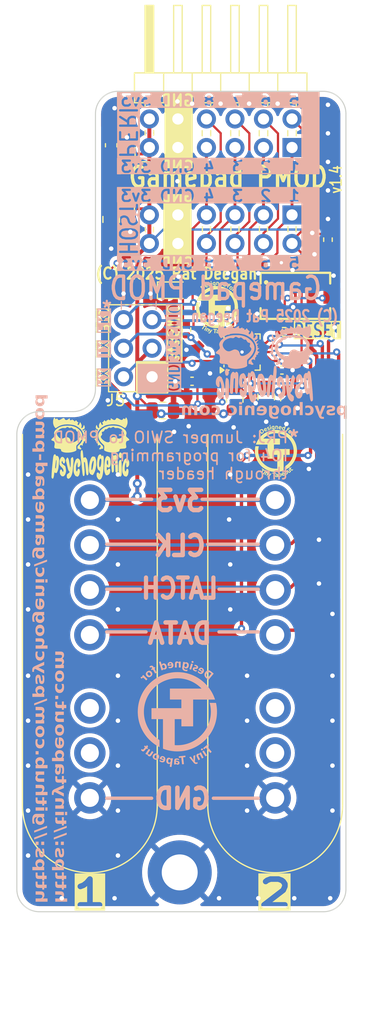
<source format=kicad_pcb>
(kicad_pcb (version 20240108) (generator "pcbnew") (generator_version "8.0")
  (title_block (title "Gamepad PMOD") (date "2025-02-23") (rev "1.4") (company "Psychogenic Technologies") (comment 1 "(C) 2025 Pat Deegan"))
  (layers (0 "F.Cu" signal) (31 "B.Cu" signal) (34 "B.Paste" user) (35 "F.Paste" user) (36 "B.SilkS" user "B.Silkscreen") (37 "F.SilkS" user "F.Silkscreen") (38 "B.Mask" user) (39 "F.Mask" user) (44 "Edge.Cuts" user))
  (net 0 "")
  (net 1 "GND")
  (net 2 "+3V3")
  (net 3 "/~{RESET}")
  (net 4 "/CTRL_LATCH")
  (net 5 "/CTRL_DAT1")
  (net 6 "/CTRL_CLK")
  (net 7 "/CTRL_DAT2")
  (net 8 "/PMOD8")
  (net 9 "/PMOD4")
  (net 10 "/PMOD7")
  (net 11 "/PMOD2")
  (net 12 "/PMOD3")
  (net 13 "/PMOD5")
  (net 14 "/PMOD1")
  (net 15 "/PMOD6")
  (net 16 "/TX")
  (net 17 "/SWDIO")
  (net 18 "/RX")
  (net 19 "Net-(R1-Pad2)")
  (net 22 "Net-(D1-A)")
  (footprint "flyingcarsfootprints:StitchingVia-0.4mmDrill" (layer "F.Cu") (at 35 67.1)
    (property "Reference" "STITCH17" (hide yes))
    (property "Value" "StitchingVia-0.4mmDrill" (hide yes))
  )
  (footprint "Capacitor_SMD:C_0603_1608Metric" (layer "F.Cu") (at 24.4 29.8 90)
    (property "Reference" "C7" (hide yes))
    (property "Value" "C_1u_0603_50V" (hide yes))
  )
  (footprint "flyingcarsfootprints:StitchingVia-0.4mmDrill" (layer "F.Cu") (at 44.3 46)
    (property "Reference" "STITCH15" (hide yes))
    (property "Value" "StitchingVia-0.4mmDrill" (hide yes))
  )
  (footprint "flyingcarsfootprints:StitchingVia-0.4mmDrill" (layer "F.Cu") (at 17 77)
    (property "Reference" "STITCH12" (hide yes))
    (property "Value" "StitchingVia-0.4mmDrill" (hide yes))
  )
  (footprint "TinyTapeout_PMOD:TT_PMOD_Logo_5mm" (layer "F.Cu") (at 36.810797 60.062305)
    (property "Reference" "TTPMODLOGO" (hide yes))
    (property "Value" "TT_PMOD_Logo_5mm")
  )
  (footprint "Resistor_SMD:R_0402_1005Metric" (layer "F.Cu") (at 43.7 38.2 -90)
    (property "Reference" "R1" (hide yes))
    (property "Value" "R_10k_0402" (hide yes))
  )
  (footprint "flyingcarsfootprints:StitchingVia-0.4mmDrill" (layer "F.Cu") (at 43.7 36.36)
    (property "Reference" "STITCH6" (hide yes))
    (property "Value" "StitchingVia-0.4mmDrill" (hide yes))
  )
  (footprint "flyingcarsfootprints:StitchingVia-0.4mmDrill" (layer "F.Cu") (at 43.9 96.8)
    (property "Reference" "STITCH27" (hide yes))
    (property "Value" "StitchingVia-0.4mmDrill" (hide yes))
  )
  (footprint "flyingcarsfootprints:StitchingVia-0.4mmDrill" (layer "F.Cu") (at 25 71.1)
    (property "Reference" "STITCH12" (hide yes))
    (property "Value" "StitchingVia-0.4mmDrill" (hide yes))
  )
  (footprint "flyingcarsfootprints:StitchingVia-0.4mmDrill" (layer "F.Cu") (at 34.8 44.3)
    (property "Reference" "STITCH10" (hide yes))
    (property "Value" "StitchingVia-0.4mmDrill" (hide yes))
  )
  (footprint "flyingcarsfootprints:StitchingVia-0.4mmDrill" (layer "F.Cu") (at 44.1 89)
    (property "Reference" "STITCH21" (hide yes))
    (property "Value" "StitchingVia-0.4mmDrill" (hide yes))
  )
  (footprint "flyingcarsfootprints:StitchingVia-0.4mmDrill" (layer "F.Cu") (at 17 67.1)
    (property "Reference" "STITCH13" (hide yes))
    (property "Value" "StitchingVia-0.4mmDrill" (hide yes))
  )
  (footprint "Fiducial:Fiducial_1mm_Mask2mm" (layer "F.Cu") (at 24.5 33)
    (property "Reference" "FID3" (hide yes))
    (property "Value" "Fiducial" (hide yes))
  )
  (footprint "flyingcarsfootprints:StitchingVia-0.4mmDrill" (layer "F.Cu") (at 17 81)
    (property "Reference" "STITCH11" (hide yes))
    (property "Value" "StitchingVia-0.4mmDrill" (hide yes))
  )
  (footprint "Capacitor_SMD:C_0805_2012Metric" (layer "F.Cu") (at 24.4 36.4 -90)
    (property "Reference" "C6" (hide yes))
    (property "Value" "C_10u_0805_35V" (hide yes))
  )
  (footprint "Capacitor_SMD:C_0805_2012Metric" (layer "F.Cu") (at 29 53.4)
    (property "Reference" "C4" (hide yes))
    (property "Value" "C_10u_0805_35V" (hide yes))
  )
  (footprint "flyingcarsfootprints:StitchingVia-0.4mmDrill" (layer "F.Cu") (at 31.6 26.1)
    (property "Reference" "STITCH6" (hide yes))
    (property "Value" "StitchingVia-0.4mmDrill" (hide yes))
  )
  (footprint "flyingcarsfootprints:StitchingVia-0.4mmDrill" (layer "F.Cu") (at 34.8 41.2)
    (property "Reference" "STITCH10" (hide yes))
    (property "Value" "StitchingVia-0.4mmDrill" (hide yes))
  )
  (footprint "flyingcarsfootprints:StitchingVia-0.4mmDrill" (layer "F.Cu") (at 25 67.1)
    (property "Reference" "STITCH13" (hide yes))
    (property "Value" "StitchingVia-0.4mmDrill" (hide yes))
  )
  (footprint "flyingcarsfootprints:StitchingVia-0.4mmDrill" (layer "F.Cu") (at 25 63.1)
    (property "Reference" "STITCH14" (hide yes))
    (property "Value" "StitchingVia-0.4mmDrill" (hide yes))
  )
  (footprint "flyingcarsfootprints:StitchingVia-0.4mmDrill" (layer "F.Cu") (at 33.2 50.1)
    (property "Reference" "STITCH10" (hide yes))
    (property "Value" "StitchingVia-0.4mmDrill" (hide yes))
  )
  (footprint "flyingcarsfootprints:StitchingVia-0.4mmDrill" (layer "F.Cu") (at 31.3 54.8)
    (property "Reference" "STITCH10" (hide yes))
    (property "Value" "StitchingVia-0.4mmDrill" (hide yes))
  )
  (footprint "flyingcarsfootprints:StitchingVia-0.3mm" (layer "F.Cu") (at 36.05 48.2)
    (property "Reference" "STITCH1" (hide yes))
    (property "Value" "StitchingVia-0.3mm" (hide yes))
  )
  (footprint "flyingcarsfootprints:StitchingVia-0.4mmDrill" (layer "F.Cu") (at 43.7 26.2)
    (property "Reference" "STITCH2" (hide yes))
    (property "Value" "StitchingVia-0.4mmDrill" (hide yes))
  )
  (footprint "TinyTapeout:PinSocket_2x06_P2.54mm_PMODHost1A" (layer "F.Cu") (at 27.8 36 90)
    (property "Reference" "J4" (hide yes))
    (property "Value" "613012243121" (hide yes))
  )
  (footprint "MountingHole:MountingHole_3.2mm_M3_ISO7380_Pad" (layer "F.Cu") (at 30.5 94.5)
    (property "Reference" "H1" (hide yes))
    (property "Value" "MountingHole_Pad" (hide yes))
  )
  (footprint "flyingcarsfootprints:StitchingVia-0.4mmDrill" (layer "F.Cu") (at 25 59.1)
    (property "Reference" "STITCH15" (hide yes))
    (property "Value" "StitchingVia-0.4mmDrill" (hide yes))
  )
  (footprint "flyingcarsfootprints:StitchingVia-0.4mmDrill" (layer "F.Cu") (at 25.5 43)
    (property "Reference" "STITCH10" (hide yes))
    (property "Value" "StitchingVia-0.4mmDrill" (hide yes))
  )
  (footprint "flyingcarsfootprints:StitchingVia-0.4mmDrill" (layer "F.Cu") (at 43.7 33.82)
    (property "Reference" "STITCH5" (hide yes))
    (property "Value" "StitchingVia-0.4mmDrill" (hide yes))
  )
  (footprint "flyingcarsfootprints:StitchingVia-0.4mmDrill" (layer "F.Cu") (at 42.9 64.9)
    (property "Reference" "STITCH12" (hide yes))
    (property "Value" "StitchingVia-0.4mmDrill" (hide yes))
  )
  (footprint "flyingcarsfootprints:StitchingVia-0.4mmDrill" (layer "F.Cu") (at 44.1 85)
    (property "Reference" "STITCH20" (hide yes))
    (property "Value" "StitchingVia-0.4mmDrill" (hide yes))
  )
  (footprint "flyingcarsfootprints:StitchingVia-0.4mmDrill" (layer "F.Cu") (at 36.68 26.1)
    (property "Reference" "STITCH8" (hide yes))
    (property "Value" "StitchingVia-0.4mmDrill" (hide yes))
  )
  (footprint "flyingcarsfootprints:StitchingVia-0.4mmDrill" (layer "F.Cu") (at 42 58.6)
    (property "Reference" "STITCH15" (hide yes))
    (property "Value" "StitchingVia-0.4mmDrill" (hide yes))
  )
  (footprint "TinyTapeout:434121025816" (layer "F.Cu") (at 40.8 43.2)
    (property "Reference" "SW1" (hide yes))
    (property "Value" "434121025816" (hide yes))
  )
  (footprint "flyingcarsfootprints:StitchingVia-0.4mmDrill" (layer "F.Cu") (at 25 89)
    (property "Reference" "STITCH24" (hide yes))
    (property "Value" "StitchingVia-0.4mmDrill" (hide yes))
  )
  (footprint "flyingcarsfootprints:StitchingVia-0.4mmDrill" (layer "F.Cu") (at 34.14 26.1)
    (property "Reference" "STITCH7" (hide yes))
    (property "Value" "StitchingVia-0.4mmDrill" (hide yes))
  )
  (footprint "flyingcarsfootprints:StitchingVia-0.4mmDrill" (layer "F.Cu") (at 17 59.1)
    (property "Reference" "STITCH15" (hide yes))
    (property "Value" "StitchingVia-0.4mmDrill" (hide yes))
  )
  (footprint "flyingcarsfootprints:StitchingVia-0.4mmDrill" (layer "F.Cu") (at 24.7 96.8)
    (property "Reference" "STITCH21" (hide yes))
    (property "Value" "StitchingVia-0.4mmDrill" (hide yes))
  )
  (footprint "flyingcarsfootprints:StitchingVia-0.4mmDrill" (layer "F.Cu") (at 42.9 68.8)
    (property "Reference" "STITCH12" (hide yes))
    (property "Value" "StitchingVia-0.4mmDrill" (hide yes))
  )
  (footprint "flyingcarsfootprints:StitchingVia-0.4mmDrill" (layer "F.Cu") (at 27.9 43)
    (property "Reference" "STITCH10" (hide yes))
    (property "Value" "StitchingVia-0.4mmDrill" (hide yes))
  )
  (footprint "Capacitor_SMD:C_0603_1608Metric" (layer "F.Cu") (at 40 52.4 -90)
    (property "Reference" "C2" (hide yes))
    (property "Value" "C_1u_0603_50V" (hide yes))
  )
  (footprint "flyingcarsfootprints:StitchingVia-0.4mmDrill" (layer "F.Cu") (at 44.1 81)
    (property "Reference" "STITCH19" (hide yes))
    (property "Value" "StitchingVia-0.4mmDrill" (hide yes))
  )
  (footprint "flyingcarsfootprints:StitchingVia-0.4mmDrill" (layer "F.Cu") (at 25 85)
    (property "Reference" "STITCH10" (hide yes))
    (property "Value" "StitchingVia-0.4mmDrill" (hide yes))
  )
  (footprint "Connector_PinHeader_2.54mm:PinHeader_2x03_P2.54mm_Vertical" (layer "F.Cu") (at 28.04 50.4 180)
    (property "Reference" "J5")
    (property "Value" "Conn_02x03_Odd_Even" (hide yes))
  )
  (footprint "flyingcarsfootprints:StitchingVia-0.4mmDrill" (layer "F.Cu") (at 43.7 31.28)
    (property "Reference" "STITCH4" (hide yes))
    (property "Value" "StitchingVia-0.4mmDrill" (hide yes))
  )
  (footprint "flyingcarsfootprints:StitchingVia-0.4mmDrill" (layer "F.Cu") (at 20 96.8)
    (property "Reference" "STITCH22" (hide yes))
    (property "Value" "StitchingVia-0.4mmDrill" (hide yes))
  )
  (footprint "flyingcarsfootprints:StitchingVia-0.4mmDrill" (layer "F.Cu") (at 25 77)
    (property "Reference" "STITCH12" (hide yes))
    (property "Value" "StitchingVia-0.4mmDrill" (hide yes))
  )
  (footprint "flyingcarsfootprints:StitchingVia-0.4mmDrill" (layer "F.Cu") (at 17 93)
    (property "Reference" "STITCH28" (hide yes))
    (property "Value" "StitchingVia-0.4mmDrill" (hide yes))
  )
  (footprint "flyingcarsfootprints:StitchingVia-0.4mmDrill" (layer "F.Cu") (at 25 81)
    (property "Reference" "STITCH11" (hide yes))
    (property "Value" "StitchingVia-0.4mmDrill" (hide yes))
  )
  (footprint "Capacitor_SMD:C_0402_1005Metric" (layer "F.Cu") (at 31.6 50.8 180)
    (property "Reference" "C8" (hide yes))
    (property "Value" "C_100n_0402_50V" (hide yes))
  )
  (footprint "flyingcarsfootprints:StitchingVia-0.4mmDrill" (layer "F.Cu") (at 34.9 63.1)
    (property "Reference" "STITCH16" (hide yes))
    (property "Value" "StitchingVia-0.4mmDrill" (hide yes))
  )
  (footprint "Capacitor_SMD:C_0805_2012Metric" (layer "F.Cu") (at 35.4 52.4 90)
    (property "Reference" "C5" (hide yes))
    (property "Value" "C_10u_0805_35V" (hide yes))
  )
  (footprint "flyingcarsfootprints:PsychologoMini" (layer "F.Cu") (at 22.5 56.75)
    (property "Reference" "G***" (hide yes))
    (property "Value" "PsychoLogoMini" (hide yes))
  )
  (footprint "flyingcarsfootprints:StitchingVia-0.4mmDrill" (layer "F.Cu") (at 36.5 89)
    (property "Reference" "STITCH21" (hide yes))
    (property "Value" "StitchingVia-0.4mmDrill" (hide yes))
  )
  (footprint "TinyTapeout_PMOD:TT_PMOD_Logo_5mm" (layer "F.Cu") (at 31.560797 47.262305)
    (property "Reference" "REF**" (hide yes))
    (property "Value" "TT_PMOD_Logo_5mm" (hide yes))
  )
  (footprint "flyingcarsfootprints:StitchingVia-0.4mmDrill" (layer "F.Cu") (at 35.3 54.9)
    (property "Reference" "STITCH10" (hide yes))
    (property "Value" "StitchingVia-0.4mmDrill" (hide yes))
  )
  (footprint "flyingcarsfootprints:StitchingVia-0.4mmDrill" (layer "F.Cu") (at 17 71.1)
    (property "Reference" "STITCH12" (hide yes))
    (property "Value" "StitchingVia-0.4mmDrill" (hide yes))
  )
  (footprint "flyingcarsfootprints:StitchingVia-0.4mmDrill" (layer "F.Cu") (at 43.7 28.74)
    (property "Reference" "STITCH3" (hide yes))
    (property "Value" "StitchingVia-0.4mmDrill" (hide yes))
  )
  (footprint "flyingcarsfootprints:StitchingVia-0.4mmDrill" (layer "F.Cu") (at 39.22 26.1)
    (property "Reference" "STITCH9" (hide yes))
    (property "Value" "StitchingVia-0.4mmDrill" (hide yes))
  )
  (footprint "flyingcarsfootprints:StitchingVia-0.4mmDrill" (layer "F.Cu") (at 44.1 71.5)
    (property "Reference" "STITCH12" (hide yes))
    (property "Value" "StitchingVia-0.4mmDrill" (hide yes))
  )
  (footprint "flyingcarsfootprints:StitchingVia-0.4mmDrill" (layer "F.Cu") (at 31.1 48)
    (property "Reference" "STITCH10" (hide yes))
    (property "Value" "StitchingVia-0.4mmDrill" (hide yes))
  )
  (footprint "flyingcarsfootprints:StitchingVia-0.4mmDrill" (layer "F.Cu") (at 25 93)
    (property "Reference" "STITCH28" (hide yes))
    (property "Value" "StitchingVia-0.4mmDrill" (hide yes))
  )
  (footprint "flyingcarsfootprints:StitchingVia-0.4mmDrill" (layer "F.Cu") (at 40.7 96.8)
    (property "Reference" "STITCH26" (hide yes))
    (property "Value" "StitchingVia-0.4mmDrill" (hide yes))
  )
  (footprint "flyingcarsfootprints:StitchingVia-0.4mmDrill" (layer "F.Cu") (at 24.1 52.5)
    (property "Reference" "STITCH10" (hide yes))
    (property "Value" "StitchingVia-0.4mmDrill" (hide yes))
  )
  (footprint "Fiducial:Fiducial_1mm_Mask2mm" (layer "F.Cu") (at 43.5 74.5)
    (property "Reference" "FID2" (hide yes))
    (property "Value" "Fiducial" (hide yes))
  )
  (footprint "flyingcarsfootprints:StitchingVia-0.4mmDrill" (layer "F.Cu") (at 42.5 39.5)
    (property "Reference" "STITCH15" (hide yes))
    (property "Value" "StitchingVia-0.4mmDrill" (hide yes))
  )
  (footprint "flyingcarsfootprints:StitchingVia-0.4mmDrill" (layer "F.Cu") (at 36.5 85)
    (property "Reference" "STITCH20" (hide yes))
    (property "Value" "StitchingVia-0.4mmDrill" (hide yes))
  )
  (footprint "flyingcarsfootprints:StitchingVia-0.4mmDrill" (layer "F.Cu") (at 34 96.8)
    (property "Reference" "STITCH22" (hide yes))
    (property "Value" "StitchingVia-0.4mmDrill" (hide yes))
  )
  (footprint "Capacitor_SMD:C_0402_1005Metric" (layer "F.Cu") (at 39.6 49.8)
    (property "Reference" "C3" (hide yes))
    (property "Value" "C_100n_0402_50V" (hide yes))
  )
  (footprint "flyingcarsfootprints:StitchingVia-0.4mmDrill" (layer "F.Cu") (at 36.5 77)
    (property "Reference" "STITCH12" (hide yes))
    (property "Value" "StitchingVia-0.4mmDrill" (hide yes))
  )
  (footprint "TinyTapeout:PinHeader_2x06_P2.54mm_PMODPeriph2B" (layer "F.Cu") (at 27.8 30 90)
    (property "Reference" "J3" (hide yes))
    (property "Value" "10129382-912001BLF" (hide yes))
  )
  (footprint "flyingcarsfootprints:StitchingVia-0.4mmDrill" (layer "F.Cu") (at 44.1 77)
    (property "Reference" "STITCH12" (hide yes))
    (property "Value" "StitchingVia-0.4mmDrill" (hide yes))
  )
  (footprint "flyingcarsfootprints:StitchingVia-0.4mmDrill" (layer "F.Cu") (at 17 85)
    (property "Reference" "STITCH10" (hide yes))
    (property "Value" "StitchingVia-0.4mmDrill" (hide yes))
  )
  (footprint "flyingcarsfootprints:StitchingVia-0.4mmDrill" (layer "F.Cu") (at 44.2 41.4)
    (property "Reference" "STITCH15" (hide yes))
    (property "Value" "StitchingVia-0.4mmDrill" (hide yes))
  )
  (footprint "flyingcarsfootprints:StitchingVia-0.4mmDrill" (layer "F.Cu") (at 40.55 40.9)
    (property "Reference" "STITCH15" (hide yes))
    (property "Value" "StitchingVia-0.4mmDrill" (hide yes))
  )
  (footprint "psychogenic:snes_connector" (layer "F.Cu") (at 22.5 61.37 -90)
    (property "Reference" "J1" (hide yes))
    (property "Value" "SFC connector VERT" (hide yes))
  )
  (footprint "flyingcarsfootprints:StitchingVia-0.4mmDrill" (layer "F.Cu") (at 35 59.1)
    (property "Reference" "STITCH15" (hide yes))
    (property "Value" "StitchingVia-0.4mmDrill" (hide yes))
  )
  (footprint "LED_SMD:LED_0603_1608Metric" (layer "F.Cu") (at 30 42.7)
    (property "Reference" "D1" (hide yes))
    (property "Value" "LED" (hide yes))
  )
  (footprint "flyingcarsfootprints:StitchingVia-0.4mmDrill" (layer "F.Cu") (at 36.5 81)
    (property "Reference" "STITCH19" (hide yes))
    (property "Value" "StitchingVia-0.4mmDrill" (hide yes))
  )
  (footprint "Resistor_SMD:R_0402_1005Metric" (layer "F.Cu") (at 31.1 46.2 -90)
    (property "Reference" "R3" (hide yes))
    (property "Value" "200R" (hide yes))
  )
  (footprint "flyingcarsfootprints:StitchingVia-0.4mmDrill" (layer "F.Cu") (at 35 71.1)
    (property "Reference" "STITCH18" (hide yes))
    (property "Value" "StitchingVia-0.4mmDrill" (hide yes))
  )
  (footprint "Package_DFN_QFN:QFN-20-1EP_3x3mm_P0.4mm_EP1.65x1.65mm" (layer "F.Cu") (at 36.05 48.2 90)
    (property "Reference" "U1" (hide yes))
    (property "Value" "CH32V003F4U6" (hide yes))
  )
  (footprint "flyingcarsfootprints:StitchingVia-0.4mmDrill" (layer "F.Cu") (at 24.7 26.5)
    (property "Reference" "STITCH6" (hide yes))
    (property "Value" "StitchingVia-0.4mmDrill" (hide yes))
  )
  (footprint "Fiducial:Fiducial_1mm_Mask2mm" (layer "F.Cu") (at 18 96)
    (property "Reference" "FID1" (hide yes))
    (property "Value" "Fiducial" (hide yes))
  )
  (footprint "Capacitor_SMD:C_0805_2012Metric" (layer "F.Cu") (at 38.2 52.2 -90)
    (property "Reference" "C1" (hide yes))
    (property "Value" "C_10u_0805_35V" (hide yes))
  )
  (footprint "flyingcarsfootprints:StitchingVia-0.4mmDrill" (layer "F.Cu") (at 24.4 39)
    (property "Reference" "STITCH10" (hide yes))
    (property "Value" "StitchingVia-0.4mmDrill" (hide yes))
  )
  (footprint "Resistor_SMD:R_0402_1005Metric" (layer "F.Cu") (at 39.8 46.4 180)
    (property "Reference" "R2" (hide yes))
    (property "Value" "R_1k_0402" (hide yes))
  )
  (footprint "flyingcarsfootprints:StitchingVia-0.4mmDrill" (layer "F.Cu") (at 37.5 96.8)
    (property "Reference" "STITCH25" (hide yes))
    (property "Value" "StitchingVia-0.4mmDrill" (hide yes))
  )
  (footprint "flyingcarsfootprints:StitchingVia-0.4mmDrill" (layer "F.Cu") (at 17 63.1)
    (property "Reference" "STITCH14" (hide yes))
    (property "Value" "StitchingVia-0.4mmDrill" (hide yes))
  )
  (footprint "psychogenic:snes_connector" (layer "F.Cu") (at 39 61.37 -90)
    (property "Reference" "J2" (hide yes))
    (property "Value" "SFC connector VERT" (hide yes))
  )
  (footprint "flyingcarsfootprints:StitchingVia-0.4mmDrill" (layer "F.Cu") (at 17 89)
    (property "Reference" "STITCH24" (hide yes))
    (property "Value" "StitchingVia-0.4mmDrill" (hide yes))
  )
  (footprint "TinyTapeout_PMOD:TT_PMOD_Logo_7mm" (layer "B.Cu") (at 30.25 80.25 180)
    (property "Reference" "LOGO1" (hide yes))
    (property "Value" "PMOD_LOGO" (hide yes))
  )
  (footprint "flyingcarsfootprints:PsychoLogoSmall" (layer "B.Cu") (at 38.1 49.2 180)
    (property "Reference" "{$REFERENCE}" (hide yes))
    (property "Value" "PSYLOGO" (hide yes))
  )
  (gr_line (start 28.1 44) (end 28.4 44) (stroke (width 0.1)) (layer "B.SilkS"))
  (gr_line (start 28.4 44.4) (end 28.4 43.7) (stroke (width 0.1)) (layer "B.SilkS"))
  (gr_rect (start 41.225 31) (end 41.575 32.3) (stroke (width 0.14)) (fill solid) (layer "B.SilkS"))
  (gr_rect (start 24.95 25.1) (end 25.25 26.4) (stroke (width 0.08)) (fill solid) (layer "B.SilkS"))
  (gr_rect (start 41.225 33.6) (end 41.575 34.9) (stroke (width 0.14)) (fill solid) (layer "B.SilkS"))
  (gr_rect (start 41.225 39.6) (end 41.575 40.9) (stroke (width 0.14)) (fill solid) (layer "B.SilkS"))
  (gr_line (start 28 61.3) (end 24 61.3) (stroke (width 0.3)) (layer "B.SilkS"))
  (gr_line (start 25.3 44) (end 25.6 44) (stroke (width 0.1)) (layer "B.SilkS"))
  (gr_line (start 25.3 44.4) (end 25.3 43.7) (stroke (width 0.1)) (layer "B.SilkS"))
  (gr_line (start 27 69.3) (end 24 69.3) (stroke (width 0.3)) (layer "B.SilkS"))
  (gr_line (start 28 87.9) (end 24 87.9) (stroke (width 0.3)) (layer "B.SilkS"))
  (gr_line (start 37.5 61.3) (end 32.5 61.3) (stroke (width 0.3)) (layer "B.SilkS"))
  (gr_rect (start 24.95 30.95) (end 25.25 32.35) (stroke (width 0.08)) (fill solid) (layer "B.SilkS"))
  (gr_line (start 37.5 73.1) (end 34 73.1) (stroke (width 0.3)) (layer "B.SilkS"))
  (gr_line (start 26 44) (end 26.3 44) (stroke (width 0.1)) (layer "B.SilkS"))
  (gr_line (start 27.5 73.1) (end 24 73.1) (stroke (width 0.3)) (layer "B.SilkS"))
  (gr_line (start 26.7 44) (end 27 44) (stroke (width 0.1)) (layer "B.SilkS"))
  (gr_rect (start 26.8 49.3) (end 29.3 51.8) (stroke (width 0.1)) (fill solid) (layer "B.SilkS"))
  (gr_line (start 28.5 65.3) (end 24 65.3) (stroke (width 0.3)) (layer "B.SilkS"))
  (gr_rect (start 41.2 25.1) (end 41.55 26.4) (stroke (width 0.14)) (fill solid) (layer "B.SilkS"))
  (gr_rect (start 24.95 39.55) (end 25.25 40.95) (stroke (width 0.08)) (fill solid) (layer "B.SilkS"))
  (gr_line (start 37.5 69.3) (end 34 69.3) (stroke (width 0.3)) (layer "B.SilkS"))
  (gr_rect (start 24.95 33.55) (end 25.25 34.85) (stroke (width 0.08)) (fill solid) (layer "B.SilkS"))
  (gr_rect (start 41.4 25.1) (end 42.885894 32.314106) (stroke (width 0.14)) (fill solid) (layer "B.SilkS"))
  (gr_line (start 37.5 87.9) (end 33.5 87.9) (stroke (width 0.3)) (layer "B.SilkS"))
  (gr_line (start 37.5 65.3) (end 33 65.3) (stroke (width 0.3)) (layer "B.SilkS"))
  (gr_line (start 27.4 44) (end 27.7 44) (stroke (width 0.1)) (layer "B.SilkS"))
  (gr_rect (start 41.4 33.585894) (end 42.885894 40.9) (stroke (width 0.14)) (fill solid) (layer "B.SilkS"))
  (gr_rect (start 26.7 49.1) (end 29.4 51.8) (stroke (width 0.2)) (fill solid) (layer "F.SilkS"))
  (gr_rect (start 29.2 25) (end 31.6 31.8) (stroke (width 0.1)) (fill solid) (layer "F.SilkS"))
  (gr_line (start 25 25) (end 43.3 25) (stroke (width 0.1)) (layer "Edge.Cuts"))
  (gr_arc (start 18 98) (mid 16.585786 97.414214) (end 16 96) (stroke (width 0.1)) (layer "Edge.Cuts"))
  (gr_arc (start 43.3 25) (mid 44.714214 25.585786) (end 45.3 27) (stroke (width 0.1)) (layer "Edge.Cuts"))
  (gr_arc (start 16 55.5) (mid 16.585786 54.085786) (end 18 53.5) (stroke (width 0.1)) (layer "Edge.Cuts"))
  (gr_line (start 16 96) (end 16 55.5) (stroke (width 0.1)) (layer "Edge.Cuts"))
  (gr_arc (start 23 51.5) (mid 22.414214 52.914214) (end 21 53.5) (stroke (width 0.1)) (layer "Edge.Cuts"))
  (gr_line (start 21 53.5) (end 18 53.5) (stroke (width 0.1)) (layer "Edge.Cuts"))
  (gr_arc (start 23 27) (mid 23.585786 25.585786) (end 25 25) (stroke (width 0.1)) (layer "Edge.Cuts"))
  (gr_arc (start 45.3 96) (mid 44.714214 97.414214) (end 43.3 98) (stroke (width 0.1)) (layer "Edge.Cuts"))
  (gr_line (start 23 27) (end 23 51.5) (stroke (width 0.1)) (layer "Edge.Cuts"))
  (gr_line (start 45.3 27) (end 45.3 96) (stroke (width 0.1)) (layer "Edge.Cuts"))
  (gr_line (start 43.3 98) (end 18 98) (stroke (width 0.1)) (layer "Edge.Cuts"))
  (gr_text "DATA" (at 30.5 74.3 0) (layer "B.SilkS") (effects (font (size 1.8 1.6) (thickness 0.4) (bold yes)) (justify bottom mirror)))
  (gr_text "GND" (at 30.75 89 0) (layer "B.SilkS") (effects (font (size 1.8 1.6) (thickness 0.4) (bold yes)) (justify bottom mirror)))
  (gr_text "https://tinytapeout.com" (at 19.25 97.25 270) (layer "B.SilkS") (effects (font (size 1 1.2) (thickness 0.18) (bold yes)) (justify left bottom mirror)))
  (gr_text "https://github.com/psychogenic/gamepad-pmod" (at 17.5 97.25 270) (layer "B.SilkS") (effects (font (size 1 1.2) (thickness 0.18) (bold yes)) (justify left bottom mirror)))
  (gr_text "1  2  3  4 GND 3v3" (at 41.3 34.9 0) (layer "B.SilkS" knockout) (effects (font (size 1 1.02) (thickness 0.2) (bold yes)) (justify left bottom mirror)))
  (gr_text "3v3" (at 30.5 62.5 0) (layer "B.SilkS") (effects (font (size 1.8 1.6) (thickness 0.4) (bold yes)) (justify bottom mirror)))
  (gr_text "PERI" (at 25 31.1 270) (layer "B.SilkS" knockout) (effects (font (size 1.5 1.36) (thickness 0.2) (bold yes)) (justify left bottom mirror)))
  (gr_text "RX" (at 23.2 50.5 -90) (layer "B.SilkS" knockout) (effects (font (size 0.9 0.8)) (justify bottom mirror)))
  (gr_text "TX" (at 23.2 47.9 -90) (layer "B.SilkS" knockout) (effects (font (size 0.9 0.8)) (justify bottom mirror)))
  (gr_text "LATCH" (at 30.5 70.3 0) (layer "B.SilkS") (effects (font (size 1.8 1.5) (thickness 0.375) (bold yes)) (justify bottom mirror)))
  (gr_text "Gamepad PMOD" (at 43.3 43.7 0) (layer "B.SilkS") (effects (font (size 2 1.6) (thickness 0.3) (bold yes)) (justify left bottom mirror)))
  (gr_text "PRJ: Jumper SWIO to PMOD\nIO4 for programming \nthrough header" (at 40.25 59.6 0) (layer "B.SilkS") (effects (font (size 1 1)) (justify left bottom mirror)))
  (gr_text "1  2  3  4 GND 3v3" (at 41.3 32.3 0) (layer "B.SilkS" knockout) (effects (font (size 1 1.02) (thickness 0.2) (bold yes)) (justify left bottom mirror)))
  (gr_text "GND" (at 29.321 50.5 270) (layer "B.SilkS" knockout) (effects (font (size 1 0.8)) (justify bottom mirror)))
  (gr_text "3v3" (at 29.321 48 -90) (layer "B.SilkS" knockout) (effects (font (size 1 0.8)) (justify bottom mirror)))
  (gr_text "CLK" (at 30.5 66.5 0) (layer "B.SilkS") (effects (font (size 1.8 1.6) (thickness 0.4) (bold yes)) (justify bottom mirror)))
  (gr_text "PRJ" (at 23.2 45.4 270) (layer "B.SilkS" knockout) (effects (font (size 0.9 0.8)) (justify bottom mirror)))
  (gr_text "5  6  7  8 GND 3v3" (at 41.3 40.9 0) (layer "B.SilkS" knockout) (effects (font (size 1 1.02) (thickness 0.2) (bold yes)) (justify left bottom mirror)))
  (gr_text "psychogenic.com" (at 38.049471 54 0) (layer "B.SilkS") (effects (font (size 1.1 1.1) (thickness 0.15) (bold yes)) (justify bottom mirror)))
  (gr_text "*" (at 24.6 45 0) (layer "B.SilkS") (effects (font (size 1.2 1.2) (thickness 0.2) (bold yes)) (justify left bottom mirror)))
  (gr_text "5  6  7  8 GND 3v3" (at 41.3 26.4 0) (layer "B.SilkS" knockout) (effects (font (size 1 1.02) (thickness 0.2) (bold yes)) (justify left bottom mirror)))
  (gr_text "(C) 2025 Pat Deegan" (at 38.049471 45.6 0) (layer "B.SilkS") (effects (font (size 1 0.8) (thickness 0.2) (bold yes)) (justify bottom mirror)))
  (gr_text "*" (at 41.25 56.5 0) (layer "B.SilkS") (effects (font (size 1.2 1.2) (thickness 0.2) (bold yes)) (justify left bottom mirror)))
  (gr_text "HOST" (at 25 39.7 270) (layer "B.SilkS" knockout) (effects (font (size 1.5 1.2) (thickness 0.2) (bold yes)) (justify left bottom mirror)))
  (gr_text "SWIO" (at 29.321 45.4 -90) (layer "B.SilkS" knockout) (effects (font (size 1 0.8)) (justify bottom mirror)))
  (gr_text "RX" (at 24.2 50.5 90) (layer "F.SilkS" knockout) (effects (font (size 0.9 0.8) (thickness 0.15) (bold yes)) (justify bottom)))
  (gr_text "(C) 2025 Pat Deegan" (at 22.9 41.8 0) (layer "F.SilkS") (effects (font (size 1 0.88) (thickness 0.2) (bold yes)) (justify left bottom)))
  (gr_text "1" (at 20.75 97.7 0) (layer "F.SilkS" knockout) (effects (font (size 2.3 3) (thickness 0.5) (bold yes)) (justify left bottom)))
  (gr_text "PRJ" (at 24.2 45.4 90) (layer "F.SilkS" knockout) (effects (font (size 0.9 0.8) (thickness 0.15) (bold yes)) (justify bottom)))
  (gr_text "v1.4" (at 45 34.2 90) (layer "F.SilkS") (effects (font (size 1 0.8) (thickness 0.15) (bold yes)) (justify left bottom)))
  (gr_text "2" (at 37.25 97.7 0) (layer "F.SilkS" knockout) (effects (font (size 2.3 3) (thickness 0.5) (bold yes)) (justify left bottom)))
  (gr_text "RESET" (at 42.7 47 0) (layer "F.SilkS" knockout) (effects (font (size 1.2 0.9) (thickness 0.18) (bold yes)) (justify bottom)))
  (gr_text "SWIO" (at 30.7 45.4 90) (layer "F.SilkS" knockout) (effects (font (size 1 0.8) (thickness 0.15) (bold yes)) (justify bottom)))
  (gr_text "Gamepad PMOD" (at 25.8 33.7 0) (layer "F.SilkS") (effects (font (size 1.8 1.5) (thickness 0.3) (bold yes)) (justify left bottom)))
  (gr_text "TX" (at 24.2 47.9 90) (layer "F.SilkS" knockout) (effects (font (size 0.9 0.8) (thickness 0.15) (bold yes)) (justify bottom)))
  (gr_text "3v3" (at 30.7 48 90) (layer "F.SilkS" knockout) (effects (font (size 1 0.8) (thickness 0.15) (bold yes)) (justify bottom)))
  (segment (start 38.2 53.15) (end 38.2 54.4) (width 0.2) (layer "F.Cu") (net 1))
  (segment (start 25.725 29.025) (end 25.8 29.1) (width 0.2) (layer "F.Cu") (net 1))
  (segment (start 29.95 53.4) (end 31.1 53.4) (width 0.2) (layer "F.Cu") (net 1))
  (segment (start 37.55 44.639338) (end 37.394669 44.794669) (width 0.2) (layer "F.Cu") (net 1))
  (segment (start 35.4 51.45) (end 35.9661 51.45) (width 0.2) (layer "F.Cu") (net 1))
  (segment (start 44.25 46.05) (end 44.3 46) (width 0.3) (layer "F.Cu") (net 1))
  (segment (start 40.55 40.9) (end 40.8 41.15) (width 0.3) (layer "F.Cu") (net 1))
  (segment (start 30 53.35) (end 29.95 53.4) (width 0.3) (layer "F.Cu") (net 1))
  (segment (start 37.55 41.25) (end 37.5 41.2) (width 0.2) (layer "F.Cu") (net 1))
  (segment (start 42.15 46.05) (end 44.25 46.05) (width 0.3) (layer "F.Cu") (net 1))
  (segment (start 30.3 33) (end 30.3 30.04) (width 0.2) (layer "F.Cu") (net 1))
  (segment (start 42.7 48.55) (end 42.15 48) (width 0.3) (layer "F.Cu") (net 1))
  (segment (start 40 53.175) (end 40 54.6) (width 0.2) (layer "F.Cu") (net 1))
  (segment (start 41 53.2) (end 40.775 52.975) (width 0.2) (layer "F.Cu") (net 1))
  (segment (start 29.95 55.25) (end 30 55.3) (width 0.2) (layer "F.Cu") (net 1))
  (segment (start 30.34 36) (end 30.34 33.04) (width 0.2) (layer "F.Cu") (net 1))
  (segment (start 31.1 53.4) (end 31.3 53.6) (width 0.2) (layer "F.Cu") (net 1))
  (segment (start 28.04 50.4) (end 28.04 52) (width 0.3) (layer "F.Cu") (net 1))
  (segment (start 40.775 52.975) (end 40.775 50.032588) (width 0.2) (layer "F.Cu") (net 1))
  (segment (start 28.04 50.4) (end 29.7 50.4) (width 0.3) (layer "F.Cu") (net 1))
  (segment (start 31.3 53.6) (end 31.3 54.8) (width 0.2) (layer "F.Cu") (net 1))
  (segment (start 25.95 37.35) (end 26.1 37.5) (width 0.2) (layer "F.Cu") (net 1))
  (segment (start 36.45 50.4) (end 35.4 51.45) (width 0.2) (layer "F.Cu") (net 1))
  (segment (start 42.15 48) (end 42.15 46.05) (width 0.3) (layer "F.Cu") (net 1))
  (segment (start 36.45 48.6) (end 36.05 48.2) (width 0.2) (layer "F.Cu") (net 1))
  (segment (start 29.95 53.4) (end 29.95 55.25) (width 0.2) (layer "F.Cu") (net 1))
  (segment (start 35.9661 51.45) (end 37.2661 52.75) (width 0.2) (layer "F.Cu") (net 1))
  (segment (start 42 58.6) (end 42.7 57.9) (width 0.3) (layer "F.Cu") (net 1))
  (segment (start 30.34 25.94) (end 30.3 25.9) (width 0.2) (layer "F.Cu") (net 1))
  (segment (start 40.542412 49.8) (end 40.550001 49.807589) (width 0.2) (layer "F.Cu") (net 1))
  (segment (start 40.775 50.032588) (end 40.550001 49.807589) (width 0.2) (layer "F.Cu") (net 1))
  (segment (start 31.12 50.8) (end 30.1 50.8) (width 0.2) (layer "F.Cu") (net 1))
  (segment (start 28.04 52) (end 30 52) (width 0.3) (layer "F.Cu") (net 1))
  (segment (start 40 53.175) (end 40.975 53.175) (width 0.2) (layer "F.Cu") (net 1))
  (segment (start 42.7 57.9) (end 42.7 48.55) (width 0.3) (layer "F.Cu") (net 1))
  (segment (start 24.4 29.025) (end 25.725 29.025) (width 0.2) (layer "F.Cu") (net 1))
  (segment (start 37.55 43.2) (end 37.55 41.25) (width 0.2) (layer "F.Cu") (net 1))
  (segment (start 24.4 37.35) (end 25.95 37.35) (width 0.2) (layer "F.Cu") (net 1))
  (segment (start 30.34 38.54) (end 30.34 41.44) (width 0.2) (layer "F.Cu") (net 1))
  (segment (start 36.45 49.65) (end 36.45 50.4) (width 0.2) (layer "F.Cu") (net 1))
  (segment (start 40.8 44) (end 40.6 44.2) (width 0.25) (layer "F.Cu") (net 1))
  (segment (start 30.34 33.04) (end 30.3 33) (width 0.2) (layer "F.Cu") (net 1))
  (segment (start 40.8 41.15) (end 40.8 44) (width 0.25) (layer "F.Cu") (net 1))
  (segment (start 37.55 43.2) (end 37.55 44.639338) (width 0.2) (layer "F.Cu") (net 1))
  (segment (start 40.975 53.175) (end 41 53.2) (width 0.2) (layer "F.Cu") (net 1))
  (segment (start 30.3 30.04) (end 30.34 30) (width 0.2) (layer "F.Cu") (net 1))
  (segment (start 29.7 50.4) (end 30.1 50.8) (width 0.3) (layer "F.Cu") (net 1))
  (segment (start 30.34 27.46) (end 30.34 25.94) (width 0.2) (layer "F.Cu") (net 1))
  (segment (start 30.34 41.44) (end 30.4 41.5) (width 0.2) (layer "F.Cu") (net 1))
  (segment (start 40.08 49.8) (end 40.542412 49.8) (width 0.2) (layer "F.Cu") (net 1))
  (segment (start 36.45 49.65) (end 36.45 48.6) (width 0.2) (layer "F.Cu") (net 1))
  (segment (start 30 52) (end 30 53.35) (width 0.3) (layer "F.Cu") (net 1))
  (via (at 30.3 25.9) (size 0.8) (drill 0.4) (layers "F.Cu" "B.Cu") (net 1))
  (via (at 38.2 54.4) (size 0.8) (drill 0.4) (layers "F.Cu" "B.Cu") (net 1))
  (via (at 26.1 37.5) (size 0.8) (drill 0.4) (layers "F.Cu" "B.Cu") (net 1))
  (via (at 30 55.3) (size 0.8) (drill 0.4) (layers "F.Cu" "B.Cu") (net 1))
  (via (at 37.5 41.2) (size 0.8) (drill 0.4) (layers "F.Cu" "B.Cu") (net 1))
  (via (at 30.4 41.5) (size 0.8) (drill 0.4) (layers "F.Cu" "B.Cu") (net 1))
  (via (at 40.6 44.2) (size 0.8) (drill 0.4) (layers "F.Cu" "B.Cu") (net 1))
  (via (at 30.3 33) (size 0.8) (drill 0.4) (layers "F.Cu" "B.Cu") (net 1))
  (via (at 40.550001 49.807589) (size 0.8) (drill 0.4) (layers "F.Cu" "B.Cu") (net 1))
  (via (at 37.394669 44.794669) (size 0.8) (drill 0.4) (layers "F.Cu" "B.Cu") (net 1))
  (via (at 41 53.2) (size 0.8) (drill 0.4) (layers "F.Cu" "B.Cu") (net 1))
  (via (at 30.1 50.8) (size 0.8) (drill 0.4) (layers "F.Cu" "B.Cu") (net 1))
  (via (at 25.8 29.1) (size 0.8) (drill 0.4) (layers "F.Cu" "B.Cu") (net 1))
  (via (at 40 54.6) (size 0.8) (drill 0.4) (layers "F.Cu" "B.Cu") (net 1))
  (via (at 37.2661 52.75) (size 0.8) (drill 0.4) (layers "F.Cu" "B.Cu") (net 1))
  (segment (start 38.7 51.75) (end 39.3 51.75) (width 0.2) (layer "F.Cu") (net 2))
  (segment (start 27.8 38.54) (end 26.725 39.615) (width 0.35) (layer "F.Cu") (net 2))
  (segment (start 24.4 30.575) (end 27.225 30.575) (width 0.25) (layer "F.Cu") (net 2))
  (segment (start 28.555081 53.4) (end 28.85 53.694919) (width 0.2) (layer "F.Cu") (net 2))
  (segment (start 40 51.625) (end 39.425 51.625) (width 0.2) (layer "F.Cu") (net 2))
  (segment (start 42.39 37.69) (end 42.3 37.6) (width 0.2) (layer "F.Cu") (net 2))
  (segment (start 26.725 39.615) (end 26.725 49) (width 0.35) (layer "F.Cu") (net 2))
  (segment (start 38.7 49.8) (end 39.12 49.8) (width 0.2) (layer "F.Cu") (net 2))
  (segment (start 27.225 30.575) (end 27.8 30) (width 0.2) (layer "F.Cu") (net 2))
  (segment (start 28.05 53.4) (end 26.75 52.1) (width 0.2) (layer "F.Cu") (net 2))
  (segment (start 28.05 53.4) (end 28.555081 53.4) (width 0.2) (layer "F.Cu") (net 2))
  (segment (start 26.725 61.025) (end 26.8 61.1) (width 0.35) (layer "F.Cu") (net 2))
  (segment (start 27.8 27.46) (end 27.8 38.54) (width 0.35) (layer "F.Cu") (net 2))
  (segment (start 26.725 53.4) (end 26.725 61.025) (width 0.35) (layer "F.Cu") (net 2))
  (segment (start 39.12 50.33) (end 39.12 49.8) (width 0.2) (layer "F.Cu") (net 2))
  (segment (start 35.05 53.7) (end 35.4 53.35) (width 0.2) (layer "F.Cu") (net 2))
  (segment (start 26.75 52.1) (end 26.724996 52.1) (width 0.2) (layer "F.Cu") (net 2))
  (segment (start 28.04 47.86) (end 26.9 49) (width 0.35) (layer "F.Cu") (net 2))
  (segment (start 28.05 53.4) (end 26.725 53.4) (width 0.2) (layer "F.Cu") (net 2))
  (segment (start 26.9 49) (end 26.725 49) (width 0.35) (layer "F.Cu") (net 2))
  (segment (start 38.2 51.25) (end 38.7 51.75) (width 0.2) (layer "F.Cu") (net 2))
  (segment (start 26.725 49) (end 26.725 53.4) (width 0.35) (layer "F.Cu") (net 2))
  (segment (start 34.4 53.7) (end 35.05 53.7) (width 0.2) (layer "F.Cu") (net 2))
  (segment (start 39.425 51.625) (end 39.3 51.75) (width 0.2) (layer "F.Cu") (net 2))
  (segment (start 37.9 49) (end 38.7 49.8) (width 0.2) (layer "F.Cu") (net 2))
  (segment (start 24.4 35.45) (end 27.25 35.45) (width 0.25) (layer "F.Cu") (net 2))
  (segment (start 38.2 51.25) (end 39.12 50.33) (width 0.2) (layer "F.Cu") (net 2))
  (segment (start 37.5 49) (end 37.9 49) (width 0.2) (layer "F.Cu") (net 2))
  (segment (start 43.7 37.69) (end 42.39 37.69) (width 0.2) (layer "F.Cu") (net 2))
  (segment (start 27.25 35.45) (end 27.8 36) (width 0.2) (layer "F.Cu") (net 2))
  (via (at 26.725 61.025) (size 0.8) (drill 0.4) (layers "F.Cu" "B.Cu") (net 2))
  (via (at 28.85 53.694919) (size 0.8) (drill 0.4) (layers "F.Cu" "B.Cu") (net 2))
  (via (at 26.724996 52.1) (size 0.8) (drill 0.4) (layers "F.Cu" "B.Cu") (net 2))
  (via (at 39.3 51.75) (size 0.8) (drill 0.4) (layers "F.Cu" "B.Cu") (net 2))
  (via (at 42.3 37.6) (size 0.8) (drill 0.4) (layers "F.Cu" "B.Cu") (net 2))
  (via (at 34.4 53.7) (size 0.8) (drill 0.4) (layers "F.Cu" "B.Cu") (net 2))
  (via (at 26.725 59.9) (size 0.8) (drill 0.4) (layers "F.Cu" "B.Cu") (net 2))
  (segment (start 28.85 53.694919) (end 34.394919 53.694919) (width 0.2) (layer "B.Cu") (net 2))
  (segment (start 26.724996 52.1) (end 26.824996 52) (width 0.2) (layer "B.Cu") (net 2))
  (segment (start 26.824996 52) (end 26.924996 51.9) (width 0.25) (layer "B.Cu") (net 2))
  (segment (start 26.475 61.025) (end 26.13 61.37) (width 0.3) (layer "B.Cu") (net 2))
  (segment (start 26.725 59.9) (end 26.725 61.025) (width 0.3) (layer "B.Cu") (net 2))
  (segment (start 39.15 51.9) (end 39.300001 51.749999) (width 0.25) (layer "B.Cu") (net 2))
  (segment (start 26.924996 51.9) (end 39.15 51.9) (width 0.25) (layer "B.Cu") (net 2))
  (segment (start 26.13 61.37) (end 22.5 61.37) (width 0.3) (layer "B.Cu") (net 2))
  (segment (start 31 61.37) (end 39 61.37) (width 0.35) (layer "B.Cu") (net 2))
  (segment (start 26.725 61.025) (end 26.475 61.025) (width 0.3) (layer "B.Cu") (net 2))
  (segment (start 29.04 37.3) (end 27.8 38.54) (width 0.2) (layer "B.Cu") (net 2))
  (segment (start 42 37.3) (end 29.04 37.3) (width 0.2) (layer "B.Cu") (net 2))
  (segment (start 31 61.37) (end 27.5 61.37) (width 0.35) (layer "B.Cu") (net 2))
  (segment (start 34.394919 53.694919) (end 34.4 53.7) (width 0.2) (layer "B.Cu") (net 2))
  (segment (start 42.3 37.6) (end 42 37.3) (width 0.2) (layer "B.Cu") (net 2))
  (segment (start 27.07 61.37) (end 26.725 61.025) (width 0.35) (layer "B.Cu") (net 2))
  (segment (start 39.3 51.75) (end 39.300001 51.749999) (width 0.2) (layer "B.Cu") (net 2))
  (segment (start 27.5 61.37) (end 27.07 61.37) (width 0.35) (layer "B.Cu") (net 2))
  (segment (start 32.08 50.8) (end 32.08 52.78) (width 0.2) (layer "F.Cu") (net 3))
  (segment (start 39.4 46.29) (end 39.4 40.399998) (width 0.2) (layer "F.Cu") (net 3))
  (segment (start 24.2 41) (end 24.2 50.8) (width 0.2) (layer "F.Cu") (net 3))
  (segment (start 24.2 50.8) (end 25.5 52.1) (width 0.2) (layer "F.Cu") (net 3))
  (segment (start 35.25 50.05) (end 34.289999 51.010001) (width 0.2) (layer "F.Cu") (net 3))
  (segment (start 39.4 40.399998) (end 39.549998 40.25) (width 0.2) (layer "F.Cu") (net 3))
  (segment (start 35.25 49.65) (end 35.25 50.05) (width 0.2) (layer "F.Cu") (net 3))
  (segment (start 24.9 40.3) (end 24.2 41) (width 0.2) (layer "F.Cu") (net 3))
  (segment (start 32.08 52.78) (end 32.1 52.8) (width 0.2) (layer "F.Cu") (net 3))
  (segment (start 34.289999 51.010001) (end 34.289999 52.65) (width 0.2) (layer "F.Cu") (net 3))
  (segment (start 39.29 46.4) (end 39.4 46.29) (width 0.2) (layer "F.Cu") (net 3))
  (via (at 39.549998 40.25) (size 0.6) (drill 0.3) (layers "F.Cu" "B.Cu") (net 3))
  (via (at 24.9 40.3) (size 0.6) (drill 0.3) (layers "F.Cu" "B.Cu") (net 3))
  (via (at 32.1 52.8) (size 0.6) (drill 0.3) (layers "F.Cu" "B.Cu") (net 3))
  (via (at 25.5 52.1) (size 0.6) (drill 0.3) (layers "F.Cu" "B.Cu") (net 3))
  (via (at 34.289999 52.65) (size 0.6) (drill 0.3) (layers "F.Cu" "B.Cu") (net 3))
  (segment (start 34.139999 52.8) (end 34.289999 52.65) (width 0.2) (layer "B.Cu") (net 3))
  (segment (start 24.9 40.3) (end 25.1 40.1) (width 0.25) (layer "B.Cu") (net 3))
  (segment (start 31.95 52.95) (end 32.1 52.8) (width 0.2) (layer "B.Cu") (net 3))
  (segment (start 25.5 52.035661) (end 26.414339 52.95) (width 0.2) (layer "B.Cu") (net 3))
  (segment (start 39.399998 40.1) (end 39.549998 40.25) (width 0.2) (layer "B.Cu") (net 3))
  (segment (start 32.1 52.8) (end 34.139999 52.8) (width 0.2) (layer "B.Cu") (net 3))
  (segment (start 25.1 40.1) (end 39.399998 40.1) (width 0.25) (layer "B.Cu") (net 3))
  (segment (start 26.414339 52.95) (end 31.95 52.95) (width 0.2) (layer "B.Cu") (net 3))
  (segment (start 39.24 69.13) (end 40.4 69.13) (width 0.3) (layer "F.Cu") (net 4))
  (segment (start 43.75 47.25) (end 44 47) (width 0.3) (layer "F.Cu") (net 4))
  (segment (start 39 69.37) (end 39.24 69.13) (width 0.3) (layer "F.Cu") (net 4))
  (segment (start 38.17393 47.4) (end 38.60187 46.97206) (width 0.2) (layer "F.Cu") (net 4))
  (segment (start 37.5 47.4) (end 38.17393 47.4) (width 0.2) (layer "F.Cu") (net 4))
  (segment (start 40.4 69.13) (end 43.75 65.78) (width 0.3) (layer "F.Cu") (net 4))
  (segment (start 43.75 65.78) (end 43.75 47.25) (width 0.3) (layer "F.Cu") (net 4))
  (via (at 44 47) (size 0.65) (drill 0.3) (layers "F.Cu" "B.Cu") (net 4))
  (via (at 38.60187 46.97206) (size 0.65) (drill 0.3) (layers "F.Cu" "B.Cu") (net 4))
  (segment (start 22.5 69.37) (end 22.74 69.13) (width 0.3) (layer "B.Cu") (net 4))
  (segment (start 38.76 69.13) (end 39 69.37) (width 0.3) (layer "B.Cu") (net 4))
  (segment (start 38.79893 46.775) (end 43.775 46.775) (width 0.2) (layer "B.Cu") (net 4))
  (segment (start 38.60187 46.97206) (end 38.79893 46.775) (width 0.2) (layer "B.Cu") (net 4))
  (segment (start 43.775 46.775) (end 44 47) (width 0.2) (layer "B.Cu") (net 4))
  (segment (start 22.74 69.13) (end 38.76 69.13) (width 0.3) (layer "B.Cu") (net 4))
  (segment (start 36 57.9) (end 36.5 57.4) (width 0.3) (layer "F.Cu") (net 5))
  (segment (start 38.670712 49) (end 39.6 49) (width 0.2) (layer "F.Cu") (net 5))
  (segment (start 36 72.8) (end 36 57.9) (width 0.3) (layer "F.Cu") (net 5))
  (segment (start 42.15 49.149998) (end 42.15 57.175) (width 0.3) (layer "F.Cu") (net 5))
  (segment (start 42.15 57.175) (end 41.925 57.4) (width 0.3) (layer "F.Cu") (net 5))
  (segment (start 42.000004 49.000002) (end 42.15 49.149998) (width 0.3) (layer "F.Cu") (net 5))
  (segment (start 38.270712 48.6) (end 38.670712 49) (width 0.2) (layer "F.Cu") (net 5))
  (segment (start 37.5 48.6) (end 38.270712 48.6) (width 0.2) (layer "F.Cu") (net 5))
  (via (at 42.000004 49.000002) (size 0.65) (drill 0.3) (layers "F.Cu" "B.Cu") (net 5))
  (via (at 36 72.8) (size 0.65) (drill 0.3) (layers "F.Cu" "B.Cu") (net 5))
  (via (at 41.925 57.4) (size 0.65) (drill 0.3) (layers "F.Cu" "B.Cu") (net 5))
  (via (at 36.5 57.4) (size 0.65) (drill 0.3) (layers "F.Cu" "B.Cu") (net 5))
  (via (at 39.6 49) (size 0.65) (drill 0.3) (layers "F.Cu" "B.Cu") (net 5))
  (segment (start 35.85 72.95) (end 22.92 72.95) (width 0.3) (layer "B.Cu") (net 5))
  (segment (start 42.000002 49) (end 42.000004 49.000002) (width 0.2) (layer "B.Cu") (net 5))
  (segment (start 22.92 72.95) (end 22.5 73.37) (width 0.3) (layer "B.Cu") (net 5))
  (segment (start 36.5 57.4) (end 41.925 57.4) (width 0.3) (layer "B.Cu") (net 5))
  (segment (start 39.6 49) (end 42.000002 49) (width 0.2) (layer "B.Cu") (net 5))
  (segment (start 36 72.8) (end 35.85 72.95) (width 0.3) (layer "B.Cu") (net 5))
  (segment (start 40.47 65.23) (end 43.2 62.5) (width 0.3) (layer "F.Cu") (net 6))
  (segment (start 43.2 47.642504) (end 43.007496 47.45) (width 0.3) (layer "F.Cu") (net 6))
  (segment (start 39.355882 47.644118) (end 39.385113 47.614887) (width 0.2) (layer "F.Cu") (net 6))
  (segment (start 38.66483 47.644118) (end 39.355882 47.644118) (width 0.2) (layer "F.Cu") (net 6))
  (segment (start 39 65.23) (end 40.47 65.23) (width 0.3) (layer "F.Cu") (net 6))
  (segment (start 38.508948 47.8) (end 38.66483 47.644118) (width 0.2) (layer "F.Cu") (net 6))
  (segment (start 43.2 62.5) (end 43.2 47.642504) (width 0.3) (layer "F.Cu") (net 6))
  (segment (start 39.385113 47.614887) (end 39.385113 47.53439) (width 0.2) (layer "F.Cu") (net 6))
  (segment (start 37.5 47.8) (end 38.508948 47.8) (width 0.2) (layer "F.Cu") (net 6))
  (via (at 39.385113 47.53439) (size 0.65) (drill 0.3) (layers "F.Cu" "B.Cu") (net 6))
  (via (at 43.007496 47.45) (size 0.65) (drill 0.3) (layers "F.Cu" "B.Cu") (net 6))
  (segment (start 38.86 65.37) (end 39 65.23) (width 0.3) (layer "B.Cu") (net 6))
  (segment (start 39.467073 47.61635) (end 42.841146 47.61635) (width 0.2) (layer "B.Cu") (net 6))
  (segment (start 22.5 65.37) (end 38.86 65.37) (width 0.3) (layer "B.Cu") (net 6))
  (segment (start 42.841146 47.61635) (end 43.007496 47.45) (width 0.2) (layer "B.Cu") (net 6))
  (segment (start 39.385113 47.53439) (end 39.467073 47.61635) (width 0.2) (layer "B.Cu") (net 6))
  (segment (start 39.42 72.95) (end 39 73.37) (width 0.3) (layer "F.Cu") (net 7))
  (segment (start 38.825307 48.2) (end 38.944425 48.319118) (width 0.2) (layer "F.Cu") (net 7))
  (segment (start 41 72.95) (end 39.42 72.95) (width 0.3) (layer "F.Cu") (net 7))
  (segment (start 44.65 69.3) (end 41 72.95) (width 0.3) (layer "F.Cu") (net 7))
  (segment (start 37.5 48.2) (end 38.825307 48.2) (width 0.2) (layer "F.Cu") (net 7))
  (segment (start 44.475 48.2) (end 44.65 48.375) (width 0.3) (layer "F.Cu") (net 7))
  (segment (start 44.65 48.375) (end 44.65 69.3) (width 0.3) (layer "F.Cu") (net 7))
  (via (at 44.475 48.2) (size 0.65) (drill 0.3) (layers "F.Cu" "B.Cu") (net 7))
  (via (at 38.944425 48.319118) (size 0.65) (drill 0.3) (layers "F.Cu" "B.Cu") (net 7))
  (segment (start 44.475 48.2) (end 44.355882 48.319118) (width 0.2) (layer "B.Cu") (net 7))
  (segment (start 44.355882 48.319118) (end 38.944425 48.319118) (width 0.2) (layer "B.Cu") (net 7))
  (segment (start 32.88 46.60136) (end 32.88 38.54) (width 0.2) (layer "F.Cu") (net 8))
  (segment (start 34.15 36.596346) (end 34.15 28.73) (width 0.2) (layer "F.Cu") (net 8))
  (segment (start 34.6 47.8) (end 34.07864 47.8) (width 0.2) (layer "F.Cu") (net 8))
  (segment (start 32.88 37.866346) (end 34.15 36.596346) (width 0.2) (layer "F.Cu") (net 8))
  (segment (start 34.07864 47.8) (end 32.88 46.60136) (width 0.2) (layer "F.Cu") (net 8))
  (segment (start 34.15 28.73) (end 32.88 27.46) (width 0.2) (layer "F.Cu") (net 8))
  (segment (start 32.88 38.54) (end 32.88 37.866346) (width 0.2) (layer "F.Cu") (net 8))
  (segment (start 31.73 44.2) (end 31.73 43.8) (width 0.2) (layer "F.Cu") (net 9))
  (segment (start 32.88 36) (end 32.88 30) (width 0.25) (layer "F.Cu") (net 9))
  (segment (start 31.73 43.8) (end 31.65 43.72) (width 0.2) (layer "F.Cu") (net 9))
  (segment (start 31.65 37.23) (end 32.88 36) (width 0.2) (layer "F.Cu") (net 9))
  (segment (start 33.912954 48.2) (end 31.73 46.017046) (width 0.2) (layer "F.Cu") (net 9))
  (segment (start 31.73 46.017046) (end 31.73 44.2) (width 0.2) (layer "F.Cu") (net 9))
  (segment (start 34.6 48.2) (end 33.912954 48.2) (width 0.2) (layer "F.Cu") (net 9))
  (segment (start 31.65 43.72) (end 31.65 37.23) (width 0.2) (layer "F.Cu") (net 9))
  (via (at 31.73 43.8) (size 0.65) (drill 0.3) (layers "F.Cu" "B.Cu") (net 9))
  (segment (start 26.87 43.95) (end 25.5 45.32) (width 0.25) (layer "B.Cu") (net 9))
  (segment (start 31.58 43.95) (end 26.87 43.95) (width 0.25) (layer "B.Cu") (net 9))
  (segment (start 31.73 43.8) (end 31.58 43.95) (width 0.2) (layer "B.Cu") (net 9))
  (segment (start 35.42 37.866346) (end 36.7 36.586346) (width 0.2) (layer "F.Cu") (net 10))
  (segment (start 35.65 38.77) (end 35.42 38.54) (width 0.2) (layer "F.Cu") (net 10))
  (segment (start 35.65 46.75) (end 35.65 38.77) (width 0.2) (layer "F.Cu") (net 10))
  (segment (start 35.42 38.54) (end 35.42 37.866346) (width 0.2) (layer "F.Cu") (net 10))
  (segment (start 36.7 36.586346) (end 36.7 28.74) (width 0.2) (layer "F.Cu") (net 10))
  (segment (start 36.7 28.74) (end 35.42 27.46) (width 0.2) (layer "F.Cu") (net 10))
  (segment (start 36.05 46.75) (end 36.05 40.15) (width 0.2) (layer "F.Cu") (net 11))
  (segment (start 36.7 37.26) (end 37.96 36) (width 0.2) (layer "F.Cu") (net 11))
  (segment (start 37.96 36) (end 37.96 30) (width 0.25) (layer "F.Cu") (net 11))
  (segment (start 36.7 39.5) (end 36.7 37.26) (width 0.2) (layer "F.Cu") (net 11))
  (segment (start 36.05 40.15) (end 36.7 39.5) (width 0.2) (layer "F.Cu") (net 11))
  (segment (start 34.09 47.19) (end 34.09 37.33) (width 0.2) (layer "F.Cu") (net 12))
  (segment (start 34.6 47.4) (end 34.3 47.4) (width 0.2) (layer "F.Cu") (net 12))
  (segment (start 34.09 37.33) (end 35.42 36) (width 0.2) (layer "F.Cu") (net 12))
  (segment (start 35.42 36) (end 35.42 30) (width 0.25) (layer "F.Cu") (net 12))
  (segment (start 34.3 47.4) (end 34.09 47.19) (width 0.2) (layer "F.Cu") (net 12))
  (segment (start 41.65 37.15) (end 41.65 28.61) (width 0.2) (layer "F.Cu") (net 13))
  (segment (start 40.5 38.3) (end 41.65 37.15) (width 0.2) (layer "F.Cu") (net 13))
  (segment (start 36.85 50.954596) (end 36.81531 50.989286) (width 0.2) (layer "F.Cu") (net 13))
  (segment (start 36.85 49.65) (end 36.85 50.954596) (width 0.2) (layer "F.Cu") (net 13))
  (segment (start 40.5 38.54) (end 40.5 38.3) (width 0.2) (layer "F.Cu") (net 13))
  (segment (start 41.35 51.15) (end 41.4 51.2) (width 0.2) (layer "F.Cu") (net 13))
  (segment (start 41.65 28.61) (end 40.5 27.46) (width 0.2) (layer "F.Cu") (net 13))
  (segment (start 41.35 39.39) (end 41.35 51.15) (width 0.2) (layer "F.Cu") (net 13))
  (segment (start 40.5 38.54) (end 41.35 39.39) (width 0.2) (layer "F.Cu") (net 13))
  (via (at 41.4 51.2) (size 0.65) (drill 0.3) (layers "F.Cu" "B.Cu") (net 13))
  (via (at 36.81531 50.989286) (size 0.65) (drill 0.3) (layers "F.Cu" "B.Cu") (net 13))
  (segment (start 41.4 50.989286) (end 41.4 51.2) (width 0.2) (layer "B.Cu") (net 13))
  (segment (start 36.81531 50.989286) (end 41.4 50.989286) (width 0.2) (layer "B.Cu") (net 13))
  (segment (start 36.85 46.4) (end 38.75 44.5) (width 0.2) (layer "F.Cu") (net 14))
  (segment (start 40.5 36) (end 40.5 30) (width 0.25) (layer "F.Cu") (net 14))
  (segment (start 39.2 39.380761) (end 39.2 37.3) (width 0.2) (layer "F.Cu") (net 14))
  (segment (start 38.75 39.830761) (end 39.2 39.380761) (width 0.2) (layer "F.Cu") (net 14))
  (segment (start 39.2 37.3) (end 40.5 36) (width 0.2) (layer "F.Cu") (net 14))
  (segment (start 36.85 46.75) (end 36.85 46.4) (width 0.2) (layer "F.Cu") (net 14))
  (segment (start 38.75 44.5) (end 38.75 39.830761) (width 0.2) (layer "F.Cu") (net 14))
  (segment (start 36.45 40.95) (end 37.96 39.44) (width 0.2) (layer "F.Cu") (net 15))
  (segment (start 37.96 37.626346) (end 39.25 36.336346) (width 0.2) (layer "F.Cu") (net 15))
  (segment (start 39.25 36.336346) (end 39.25 28.75) (width 0.2) (layer "F.Cu") (net 15))
  (segment (start 37.96 39.44) (end 37.96 38.54) (width 0.2) (layer "F.Cu") (net 15))
  (segment (start 39.25 28.75) (end 37.96 27.46) (width 0.2) (layer "F.Cu") (net 15))
  (segment (start 37.96 38.54) (end 37.96 37.626346) (width 0.2) (layer "F.Cu") (net 15))
  (segment (start 36.45 46.75) (end 36.45 40.95) (width 0.2) (layer "F.Cu") (net 15))
  (segment (start 34.6 48.6) (end 33.176033 48.6) (width 0.2) (layer "F.Cu") (net 16))
  (segment (start 31.31 46.71) (end 31.5 46.9) (width 0.25) (layer "F.Cu") (net 16))
  (segment (start 31.1 46.71) (end 31.31 46.71) (width 0.25) (layer "F.Cu") (net 16))
  (segment (start 33.176033 48.6) (end 32.949311 48.373278) (width 0.2) (layer "F.Cu") (net 16))
  (via (at 31.5 46.9) (size 0.65) (drill 0.3) (layers "F.Cu" "B.Cu") (net 16))
  (via (at 32.949311 48.373278) (size 0.65) (drill 0.3) (layers "F.Cu" "B.Cu") (net 16))
  (segment (start 32.949311 48.373278) (end 31.176033 46.6) (width 0.25) (layer "B.Cu") (net 16))
  (segment (start 26.76 46.6) (end 25.5 47.86) (width 0.25) (layer "B.Cu") (net 16))
  (segment (start 31.176033 46.6) (end 26.76 46.6) (width 0.25) (layer "B.Cu") (net 16))
  (segment (start 35.25 45.65) (end 35.25 46.725) (width 0.2) (layer "F.Cu") (net 17))
  (segment (start 35.225 45.625) (end 35.25 45.65) (width 0.2) (layer "F.Cu") (net 17))
  (segment (start 35 45.4) (end 35.225 45.625) (width 0.25) (layer "F.Cu") (net 17))
  (via (at 35 45.4) (size 0.65) (drill 0.3) (layers "F.Cu" "B.Cu") (net 17))
  (segment (start 28.04 45.32) (end 28.12 45.4) (width 0.25) (layer "B.Cu") (net 17))
  (segment (start 28.12 45.4) (end 35 45.4) (width 0.25) (layer "B.Cu") (net 17))
  (segment (start 31.80001 49) (end 31.60001 49.2) (width 0.2) (layer "F.Cu") (net 18))
  (segment (start 34.6 49) (end 31.80001 49) (width 0.2) (layer "F.Cu") (net 18))
  (via (at 31.60001 49.2) (size 0.65) (drill 0.3) (layers "F.Cu" "B.Cu") (net 18))
  (segment (start 31.60001 49.2) (end 31.50001 49.1) (width 0.25) (layer "B.Cu") (net 18))
  (segment (start 26.8 49.1) (end 25.80052 50.09948) (width 0.25) (layer "B.Cu") (net 18))
  (segment (start 31.50001 49.1) (end 26.8 49.1) (width 0.25) (layer "B.Cu") (net 18))
  (segment (start 43.85 43.4) (end 44.05 43.2) (width 0.2) (layer "F.Cu") (net 19))
  (segment (start 43.1 43.4) (end 43.85 43.4) (width 0.2) (layer "F.Cu") (net 19))
  (segment (start 39.85 45.94) (end 40.31 46.4) (width 0.2) (layer "F.Cu") (net 19))
  (segment (start 43.4 43.1) (end 43.1 43.4) (width 0.2) (layer "F.Cu") (net 19))
  (segment (start 39.85 43.65) (end 39.85 45.94) (width 0.2) (layer "F.Cu") (net 19))
  (segment (start 43.7 38.71) (end 43.4 39.01) (width 0.2) (layer "F.Cu") (net 19))
  (segment (start 40.1 43.4) (end 39.85 43.65) (width 0.2) (layer "F.Cu") (net 19))
  (segment (start 43.4 39.01) (end 43.4 43.1) (width 0.2) (layer "F.Cu") (net 19))
  (via (at 40.1 43.4) (size 0.6) (drill 0.3) (layers "F.Cu" "B.Cu") (net 19))
  (via (at 43.2 43.4) (size 0.6) (drill 0.3) (layers "F.Cu" "B.Cu") (net 19))
  (segment (start 40.1 43.4) (end 43.1 43.4) (width 0.2) (layer "B.Cu") (net 19))
  (segment (start 31.1 45.69) (end 30.7875 45.3775) (width 0.2) (layer "F.Cu") (net 22))
  (segment (start 30.7875 45.3775) (end 30.7875 42.7) (width 0.2) (layer "F.Cu") (net 22))
  (zone (net 1) (net_name "GND") (layers "F&B.Cu") (connect_pads (clearance 0.35)) (min_thickness 0.25) (fill yes (thermal_gap 0.5) (thermal_bridge_width 0.5))
    (polygon (pts (xy 14.5 24) (xy 48 24) (xy 48 108) (xy 14.5 108)))
  )
)
</source>
